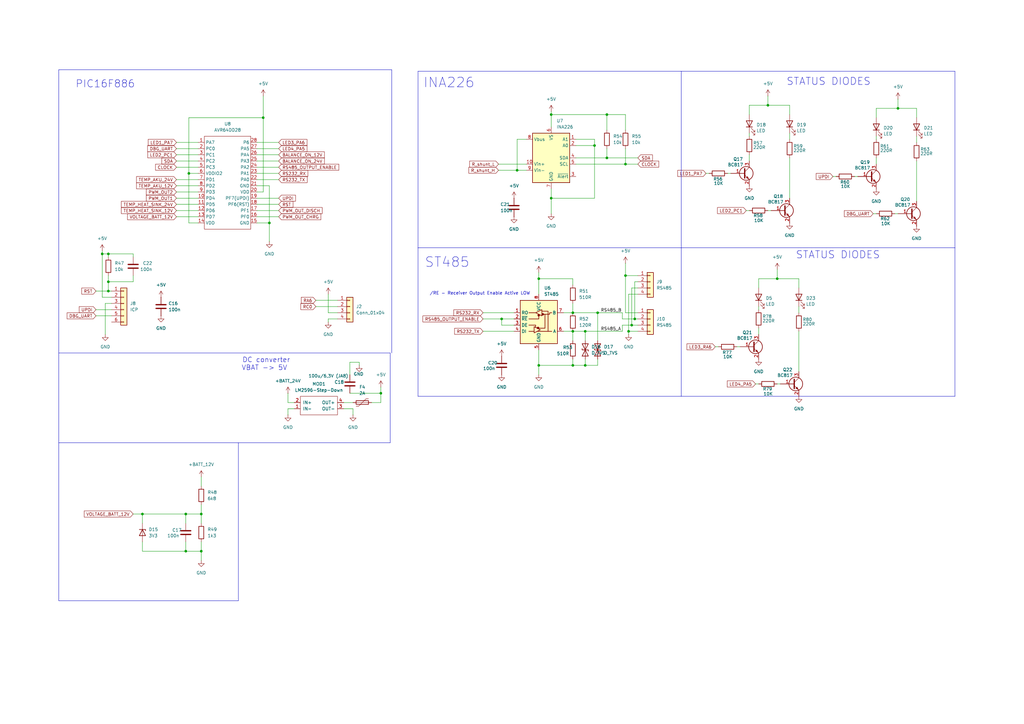
<source format=kicad_sch>
(kicad_sch (version 20231120) (generator "eeschema") (generator_version "8.0")
  (paper "A3")
  (lib_symbols
    (symbol "Connector_Generic:Conn_01x04" (pin_names (offset 1.016) hide)
      (property "Reference" "J" (at 0 5.08 0))
      (property "Value" "Conn_01x04" (at 0 -7.62 0))
      (symbol "Conn_01x04_1_1"
        (pin passive line (at -5.08 2.54 0) (length 3.81) (name "Pin_1") (number "1"))
        (pin passive line (at -5.08 0 0) (length 3.81) (name "Pin_2") (number "2"))
        (pin passive line (at -5.08 -2.54 0) (length 3.81) (name "Pin_3") (number "3"))
        (pin passive line (at -5.08 -5.08 0) (length 3.81) (name "Pin_4") (number "4"))
      )
    )
    (symbol "Connector_Generic:Conn_01x06" (pin_names (offset 1.016) hide)
      (property "Reference" "J" (at 0 7.62 0))
      (property "Value" "Conn_01x06" (at 0 -10.16 0))
      (symbol "Conn_01x06_1_1"
        (pin passive line (at -5.08 5.08 0) (length 3.81) (name "Pin_1") (number "1"))
        (pin passive line (at -5.08 2.54 0) (length 3.81) (name "Pin_2") (number "2"))
        (pin passive line (at -5.08 0 0) (length 3.81) (name "Pin_3") (number "3"))
        (pin passive line (at -5.08 -2.54 0) (length 3.81) (name "Pin_4") (number "4"))
        (pin passive line (at -5.08 -5.08 0) (length 3.81) (name "Pin_5") (number "5"))
        (pin passive line (at -5.08 -7.62 0) (length 3.81) (name "Pin_6") (number "6"))
      )
    )
    (symbol "Device:C" (pin_numbers hide) (pin_names (offset 0.254))
      (property "Reference" "C" (at 0.635 2.54 0))
      (property "Value" "C" (at 0.635 -2.54 0))
      (symbol "C_1_1"
        (pin passive line (at 0 3.81 270) (length 2.794) (name "~") (number "1"))
        (pin passive line (at 0 -3.81 90) (length 2.794) (name "~") (number "2"))
      )
    )
    (symbol "Device:D_TVS" (pin_numbers hide) (pin_names (offset 1.016) hide)
      (property "Reference" "D" (at 0 2.54 0))
      (property "Value" "D_TVS" (at 0 -2.54 0))
      (symbol "D_TVS_1_1"
        (pin passive line (at -3.81 0 0) (length 2.54) (name "A1") (number "1"))
        (pin passive line (at 3.81 0 180) (length 2.54) (name "A2") (number "2"))
      )
    )
    (symbol "Device:D_Zener" (pin_numbers hide) (pin_names (offset 1.016) hide)
      (property "Reference" "D" (at 0 2.54 0))
      (property "Value" "D_Zener" (at 0 -2.54 0))
      (symbol "D_Zener_1_1"
        (pin passive line (at -3.81 0 0) (length 2.54) (name "K") (number "1"))
        (pin passive line (at 3.81 0 180) (length 2.54) (name "A") (number "2"))
      )
    )
    (symbol "Device:LED" (pin_numbers hide) (pin_names (offset 1.016) hide)
      (property "Reference" "D" (at 0 2.54 0))
      (property "Value" "LED" (at 0 -2.54 0))
      (symbol "LED_1_1"
        (pin passive line (at -3.81 0 0) (length 2.54) (name "K") (number "1"))
        (pin passive line (at 3.81 0 180) (length 2.54) (name "A") (number "2"))
      )
    )
    (symbol "Device:Polyfuse" (pin_numbers hide) (pin_names (offset 0))
      (property "Reference" "F" (at -2.54 0 90))
      (property "Value" "Polyfuse" (at 2.54 0 90))
      (symbol "Polyfuse_1_1"
        (pin passive line (at 0 3.81 270) (length 1.27) (name "~") (number "1"))
        (pin passive line (at 0 -3.81 90) (length 1.27) (name "~") (number "2"))
      )
    )
    (symbol "Device:R" (pin_numbers hide) (pin_names (offset 0))
      (property "Reference" "R" (at 2.032 0 90))
      (property "Value" "R" (at 0 0 90))
      (symbol "R_1_1"
        (pin passive line (at 0 3.81 270) (length 1.27) (name "~") (number "1"))
        (pin passive line (at 0 -3.81 90) (length 1.27) (name "~") (number "2"))
      )
    )
    (symbol "Interface_UART:ST485EBDR"
      (property "Reference" "U" (at -6.35 8.89 0))
      (property "Value" "ST485EBDR" (at 1.27 8.89 0))
      (symbol "ST485EBDR_1_1"
        (pin output line (at -10.16 2.54 0) (length 2.54) (name "RO") (number "1"))
        (pin input line (at -10.16 0 0) (length 2.54) (name "~{RE}") (number "2"))
        (pin input line (at -10.16 -2.54 0) (length 2.54) (name "DE") (number "3"))
        (pin input line (at -10.16 -5.08 0) (length 2.54) (name "DI") (number "4"))
        (pin power_in line (at 0 -12.7 90) (length 2.54) (name "GND") (number "5"))
        (pin bidirectional line (at 10.16 -5.08 180) (length 2.54) (name "A") (number "6"))
        (pin bidirectional line (at 10.16 2.54 180) (length 2.54) (name "B") (number "7"))
        (pin power_in line (at 0 10.16 270) (length 2.54) (name "VCC") (number "8"))
      )
    )
    (symbol "My-Lib:AVR64DD28"
      (property "Reference" "U" (at 0 3.81 0))
      (property "Value" "AVR64DD28" (at 5.08 1.27 0))
      (symbol "AVR64DD28_1_1"
        (pin input line (at -2.54 -2.54 0) (length 2.54) (name "PA7") (number "1"))
        (pin input line (at -2.54 -25.4 0) (length 2.54) (name "PD4") (number "10"))
        (pin input line (at -2.54 -27.94 0) (length 2.54) (name "PD5") (number "11"))
        (pin input line (at -2.54 -30.48 0) (length 2.54) (name "PD6") (number "12"))
        (pin input line (at -2.54 -33.02 0) (length 2.54) (name "PD7") (number "13"))
        (pin input line (at -2.54 -35.56 0) (length 2.54) (name "VDD") (number "14"))
        (pin input line (at 21.59 -35.56 180) (length 2.54) (name "GND") (number "15"))
        (pin input line (at 21.59 -33.02 180) (length 2.54) (name "PF0") (number "16"))
        (pin input line (at 21.59 -30.48 180) (length 2.54) (name "PF1") (number "17"))
        (pin input line (at 21.59 -27.94 180) (length 2.54) (name "PF6(RST)") (number "18"))
        (pin input line (at 21.59 -25.4 180) (length 2.54) (name "PF7(UPDI)") (number "19"))
        (pin input line (at -2.54 -5.08 0) (length 2.54) (name "PC0") (number "2"))
        (pin input line (at 21.59 -22.86 180) (length 2.54) (name "VDD") (number "20"))
        (pin input line (at 21.59 -20.32 180) (length 2.54) (name "GND") (number "21"))
        (pin input line (at 21.59 -17.78 180) (length 2.54) (name "PA0") (number "22"))
        (pin input line (at 21.59 -15.24 180) (length 2.54) (name "PA1") (number "23"))
        (pin input line (at 21.59 -12.7 180) (length 2.54) (name "PA2") (number "24"))
        (pin input line (at 21.59 -10.16 180) (length 2.54) (name "PA3") (number "25"))
        (pin input line (at 21.59 -7.62 180) (length 2.54) (name "PA4") (number "26"))
        (pin input line (at 21.59 -5.08 180) (length 2.54) (name "PA5") (number "27"))
        (pin input line (at 21.59 -2.54 180) (length 2.54) (name "P6") (number "28"))
        (pin input line (at -2.54 -7.62 0) (length 2.54) (name "PC1") (number "3"))
        (pin input line (at -2.54 -10.16 0) (length 2.54) (name "PC2") (number "4"))
        (pin input line (at -2.54 -12.7 0) (length 2.54) (name "PC3") (number "5"))
        (pin input line (at -2.54 -15.24 0) (length 2.54) (name "VDDIO2") (number "6"))
        (pin input line (at -2.54 -17.78 0) (length 2.54) (name "PD1") (number "7"))
        (pin input line (at -2.54 -20.32 0) (length 2.54) (name "PD2") (number "8"))
        (pin input line (at -2.54 -22.86 0) (length 2.54) (name "PD3") (number "9"))
      )
    )
    (symbol "My-Lib:LM2596-Step-Down" (pin_names (offset 1.016))
      (property "Reference" "MOD" (at 1.27 1.27 0))
      (property "Value" "LM2596-Step-Down" (at 8.89 3.81 0))
      (symbol "LM2596-Step-Down_1_1"
        (pin input line (at -2.54 -5.08 0) (length 2.54) (name "IN-") (number "1"))
        (pin input line (at -2.54 -2.54 0) (length 2.54) (name "IN+") (number "2"))
        (pin output line (at 17.78 -5.08 180) (length 2.54) (name "OUT-") (number "3"))
        (pin output line (at 17.78 -2.54 180) (length 2.54) (name "OUT+") (number "4"))
      )
    )
    (symbol "Sensor_Energy:INA226"
      (property "Reference" "U" (at -6.35 11.43 0))
      (property "Value" "INA226" (at 3.81 11.43 0))
      (symbol "INA226_1_1"
        (pin input line (at 10.16 7.62 180) (length 2.54) (name "A1") (number "1"))
        (pin input line (at -10.16 -2.54 0) (length 2.54) (name "Vin+") (number "10"))
        (pin input line (at 10.16 5.08 180) (length 2.54) (name "A0") (number "2"))
        (pin open_collector line (at 10.16 -7.62 180) (length 2.54) (name "~{Alert}") (number "3"))
        (pin bidirectional line (at 10.16 0 180) (length 2.54) (name "SDA") (number "4"))
        (pin input line (at 10.16 -2.54 180) (length 2.54) (name "SCL") (number "5"))
        (pin power_in line (at 0 12.7 270) (length 2.54) (name "VS") (number "6"))
        (pin power_in line (at 0 -12.7 90) (length 2.54) (name "GND") (number "7"))
        (pin input line (at -10.16 7.62 0) (length 2.54) (name "Vbus") (number "8"))
        (pin input line (at -10.16 -5.08 0) (length 2.54) (name "Vin-") (number "9"))
      )
    )
    (symbol "Transistor_BJT:BC817" (pin_names (offset 0) hide)
      (property "Reference" "Q" (at 5.08 1.905 0))
      (property "Value" "BC817" (at 5.08 0 0))
      (symbol "BC817_1_1"
        (pin input line (at -5.08 0 0) (length 5.715) (name "B") (number "1"))
        (pin passive line (at 2.54 -5.08 90) (length 2.54) (name "E") (number "2"))
        (pin passive line (at 2.54 5.08 270) (length 2.54) (name "C") (number "3"))
      )
    )
    (symbol "power:+5V" (power) (pin_numbers hide) (pin_names (offset 0) hide)
      (property "Value" "+5V" (at 0 3.556 0))
      (symbol "+5V_1_1"
        (pin power_in line (at 0 0 90) (length 0) (name "~") (number "1"))
      )
    )
    (symbol "power:+BATT" (power) (pin_numbers hide) (pin_names (offset 0) hide)
      (property "Value" "+BATT" (at 0 3.556 0))
      (symbol "+BATT_1_1"
        (pin power_in line (at 0 0 90) (length 0) (name "~") (number "1"))
      )
    )
    (symbol "power:GND" (power) (pin_numbers hide) (pin_names (offset 0) hide)
      (property "Value" "GND" (at 0 -3.81 0))
      (symbol "GND_1_1"
        (pin power_in line (at 0 0 270) (length 0) (name "~") (number "1"))
      )
    )
  )
  (junction (at 243.84 59.69))
  (junction (at 44.45 115.57))
  (junction (at 44.45 119.38))
  (junction (at 245.11 128.27))
  (junction (at 260.35 130.81))
  (junction (at 234.95 149.86))
  (junction (at 220.98 114.3))
  (junction (at 76.2 210.82))
  (junction (at 110.49 91.44))
  (junction (at 44.45 104.14))
  (junction (at 156.21 161.29))
  (junction (at 248.92 46.99))
  (junction (at 240.03 135.89))
  (junction (at 82.55 226.06))
  (junction (at 318.77 114.3))
  (junction (at 248.92 64.77))
  (junction (at 256.54 113.03))
  (junction (at 259.08 133.35))
  (junction (at 314.96 43.18))
  (junction (at 220.98 149.86))
  (junction (at 226.06 81.28))
  (junction (at 77.47 71.12))
  (junction (at 107.95 48.26))
  (junction (at 41.91 104.14))
  (junction (at 256.54 67.31))
  (junction (at 76.2 226.06))
  (junction (at 368.3 44.45))
  (junction (at 234.95 135.89))
  (junction (at 58.42 210.82))
  (junction (at 234.95 128.27))
  (junction (at 240.03 149.86))
  (junction (at 226.06 46.99))
  (junction (at 82.55 210.82))
  (junction (at 257.81 135.89))
  (junction (at 212.09 69.85))
  (junction (at 205.74 130.81))
  (wire (pts (xy 45.72 124.46) (xy 43.18 124.46)))
  (wire (pts (xy 212.09 57.15) (xy 212.09 69.85)))
  (wire (pts (xy 248.92 46.99) (xy 248.92 53.34)))
  (wire (pts (xy 147.32 148.59) (xy 143.51 148.59)))
  (wire (pts (xy 212.09 69.85) (xy 215.9 69.85)))
  (wire (pts (xy 306.07 86.36) (xy 307.34 86.36)))
  (wire (pts (xy 138.43 130.81) (xy 134.62 130.81)))
  (wire (pts (xy 118.11 170.18) (xy 118.11 167.64)))
  (wire (pts (xy 41.91 104.14) (xy 44.45 104.14)))
  (wire (pts (xy 81.28 86.36) (xy 72.39 86.36)))
  (wire (pts (xy 314.96 43.18) (xy 323.85 43.18)))
  (polyline (pts (xy 160.02 144.78) (xy 160.02 181.61)))
  (wire (pts (xy 226.06 45.72) (xy 226.06 46.99)))
  (wire (pts (xy 81.28 78.74) (xy 72.39 78.74)))
  (wire (pts (xy 76.2 210.82) (xy 82.55 210.82)))
  (wire (pts (xy 144.78 167.64) (xy 140.97 167.64)))
  (wire (pts (xy 368.3 40.64) (xy 368.3 44.45)))
  (wire (pts (xy 226.06 46.99) (xy 248.92 46.99)))
  (wire (pts (xy 309.88 157.48) (xy 311.15 157.48)))
  (wire (pts (xy 82.55 226.06) (xy 82.55 229.87)))
  (wire (pts (xy 255.27 133.35) (xy 255.27 135.89)))
  (wire (pts (xy 231.14 128.27) (xy 234.95 128.27)))
  (wire (pts (xy 327.66 135.89) (xy 327.66 152.4)))
  (wire (pts (xy 44.45 115.57) (xy 54.61 115.57)))
  (polyline (pts (xy 160.655 28.575) (xy 160.655 144.78)))
  (wire (pts (xy 261.62 115.57) (xy 260.35 115.57)))
  (wire (pts (xy 323.85 64.77) (xy 323.85 81.28)))
  (wire (pts (xy 248.92 64.77) (xy 261.62 64.77)))
  (wire (pts (xy 76.2 210.82) (xy 76.2 214.63)))
  (wire (pts (xy 82.55 207.01) (xy 82.55 210.82)))
  (wire (pts (xy 41.91 104.14) (xy 41.91 121.92)))
  (wire (pts (xy 81.28 88.9) (xy 72.39 88.9)))
  (wire (pts (xy 198.12 128.27) (xy 210.82 128.27)))
  (wire (pts (xy 261.62 133.35) (xy 259.08 133.35)))
  (wire (pts (xy 257.81 137.16) (xy 257.81 135.89)))
  (wire (pts (xy 307.34 54.61) (xy 307.34 55.88)))
  (wire (pts (xy 76.2 222.25) (xy 76.2 226.06)))
  (wire (pts (xy 72.39 66.04) (xy 81.28 66.04)))
  (wire (pts (xy 204.47 69.85) (xy 212.09 69.85)))
  (polyline (pts (xy 24.13 181.61) (xy 97.79 181.61)))
  (wire (pts (xy 114.3 86.36) (xy 105.41 86.36)))
  (wire (pts (xy 81.28 76.2) (xy 72.39 76.2)))
  (wire (pts (xy 256.54 128.27) (xy 256.54 113.03)))
  (wire (pts (xy 129.54 125.73) (xy 138.43 125.73)))
  (wire (pts (xy 245.11 147.32) (xy 245.11 149.86)))
  (wire (pts (xy 359.41 64.77) (xy 359.41 67.31)))
  (wire (pts (xy 234.95 135.89) (xy 240.03 135.89)))
  (wire (pts (xy 236.22 64.77) (xy 248.92 64.77)))
  (wire (pts (xy 156.21 165.1) (xy 156.21 161.29)))
  (wire (pts (xy 210.82 133.35) (xy 205.74 133.35)))
  (wire (pts (xy 234.95 124.46) (xy 234.95 128.27)))
  (wire (pts (xy 257.81 120.65) (xy 261.62 120.65)))
  (polyline (pts (xy 97.79 246.38) (xy 97.79 181.61)))
  (wire (pts (xy 76.2 226.06) (xy 58.42 226.06)))
  (wire (pts (xy 44.45 115.57) (xy 44.45 119.38)))
  (polyline (pts (xy 279.4 162.56) (xy 391.668 162.56)))
  (wire (pts (xy 105.41 78.74) (xy 107.95 78.74)))
  (wire (pts (xy 205.74 130.81) (xy 210.82 130.81)))
  (wire (pts (xy 44.45 105.41) (xy 44.45 104.14)))
  (wire (pts (xy 114.3 68.58) (xy 105.41 68.58)))
  (wire (pts (xy 39.37 127) (xy 45.72 127)))
  (wire (pts (xy 255.27 130.81) (xy 255.27 128.27)))
  (wire (pts (xy 77.47 91.44) (xy 77.47 71.12)))
  (polyline (pts (xy 171.45 101.6) (xy 171.45 29.21)))
  (wire (pts (xy 359.41 44.45) (xy 359.41 48.26)))
  (wire (pts (xy 236.22 59.69) (xy 243.84 59.69)))
  (wire (pts (xy 39.37 119.38) (xy 44.45 119.38)))
  (wire (pts (xy 245.11 128.27) (xy 245.11 139.7)))
  (wire (pts (xy 257.81 135.89) (xy 261.62 135.89)))
  (wire (pts (xy 39.37 129.54) (xy 45.72 129.54)))
  (wire (pts (xy 54.61 115.57) (xy 54.61 113.03)))
  (wire (pts (xy 58.42 210.82) (xy 58.42 214.63)))
  (wire (pts (xy 44.45 113.03) (xy 44.45 115.57)))
  (wire (pts (xy 114.3 81.28) (xy 105.41 81.28)))
  (wire (pts (xy 198.12 135.89) (xy 210.82 135.89)))
  (wire (pts (xy 307.34 43.18) (xy 314.96 43.18)))
  (wire (pts (xy 375.92 66.04) (xy 375.92 82.55)))
  (wire (pts (xy 341.63 72.39) (xy 342.9 72.39)))
  (wire (pts (xy 82.55 210.82) (xy 82.55 214.63)))
  (wire (pts (xy 240.03 149.86) (xy 234.95 149.86)))
  (wire (pts (xy 110.49 76.2) (xy 105.41 76.2)))
  (wire (pts (xy 54.61 104.14) (xy 44.45 104.14)))
  (wire (pts (xy 77.47 71.12) (xy 77.47 48.26)))
  (wire (pts (xy 234.95 116.84) (xy 234.95 114.3)))
  (polyline (pts (xy 391.668 162.56) (xy 391.668 101.6)))
  (wire (pts (xy 45.72 121.92) (xy 41.91 121.92)))
  (wire (pts (xy 257.81 135.89) (xy 257.81 120.65)))
  (wire (pts (xy 236.22 67.31) (xy 256.54 67.31)))
  (wire (pts (xy 81.28 81.28) (xy 72.39 81.28)))
  (wire (pts (xy 82.55 222.25) (xy 82.55 226.06)))
  (wire (pts (xy 134.62 120.65) (xy 134.62 128.27)))
  (wire (pts (xy 81.28 73.66) (xy 72.39 73.66)))
  (wire (pts (xy 105.41 91.44) (xy 110.49 91.44)))
  (wire (pts (xy 234.95 149.86) (xy 220.98 149.86)))
  (wire (pts (xy 118.11 167.64) (xy 120.65 167.64)))
  (wire (pts (xy 41.91 102.87) (xy 41.91 104.14)))
  (wire (pts (xy 215.9 57.15) (xy 212.09 57.15)))
  (polyline (pts (xy 24.13 28.575) (xy 160.655 28.575)))
  (wire (pts (xy 81.28 63.5) (xy 72.39 63.5)))
  (wire (pts (xy 243.84 57.15) (xy 236.22 57.15)))
  (wire (pts (xy 307.34 43.18) (xy 307.34 46.99)))
  (wire (pts (xy 143.51 161.29) (xy 156.21 161.29)))
  (wire (pts (xy 261.62 118.11) (xy 259.08 118.11)))
  (polyline (pts (xy 171.45 101.6) (xy 279.4 101.6)))
  (wire (pts (xy 256.54 46.99) (xy 256.54 53.34)))
  (wire (pts (xy 245.11 128.27) (xy 255.27 128.27)))
  (wire (pts (xy 107.95 39.37) (xy 107.95 48.26)))
  (wire (pts (xy 234.95 114.3) (xy 220.98 114.3)))
  (wire (pts (xy 143.51 148.59) (xy 143.51 153.67)))
  (wire (pts (xy 256.54 113.03) (xy 256.54 107.95)))
  (wire (pts (xy 105.41 63.5) (xy 114.3 63.5)))
  (polyline (pts (xy 171.45 162.56) (xy 171.45 101.6)))
  (polyline (pts (xy 279.4 101.6) (xy 391.668 101.6)))
  (wire (pts (xy 82.55 226.06) (xy 76.2 226.06)))
  (wire (pts (xy 81.28 60.96) (xy 72.39 60.96)))
  (wire (pts (xy 72.39 68.58) (xy 81.28 68.58)))
  (wire (pts (xy 81.28 58.42) (xy 72.39 58.42)))
  (wire (pts (xy 311.15 125.73) (xy 311.15 127)))
  (wire (pts (xy 58.42 226.06) (xy 58.42 222.25)))
  (wire (pts (xy 81.28 91.44) (xy 77.47 91.44)))
  (wire (pts (xy 77.47 48.26) (xy 107.95 48.26)))
  (wire (pts (xy 368.3 44.45) (xy 375.92 44.45)))
  (wire (pts (xy 318.77 157.48) (xy 320.04 157.48)))
  (wire (pts (xy 359.41 55.88) (xy 359.41 57.15)))
  (wire (pts (xy 110.49 91.44) (xy 110.49 76.2)))
  (wire (pts (xy 220.98 111.76) (xy 220.98 114.3)))
  (wire (pts (xy 327.66 125.73) (xy 327.66 128.27)))
  (wire (pts (xy 44.45 119.38) (xy 45.72 119.38)))
  (wire (pts (xy 314.96 86.36) (xy 316.23 86.36)))
  (wire (pts (xy 138.43 128.27) (xy 134.62 128.27)))
  (wire (pts (xy 54.61 210.82) (xy 58.42 210.82)))
  (polyline (pts (xy 391.668 29.21) (xy 279.4 29.21)))
  (wire (pts (xy 256.54 60.96) (xy 256.54 67.31)))
  (wire (pts (xy 248.92 60.96) (xy 248.92 64.77)))
  (wire (pts (xy 293.37 142.24) (xy 294.64 142.24)))
  (wire (pts (xy 248.92 46.99) (xy 256.54 46.99)))
  (wire (pts (xy 226.06 77.47) (xy 226.06 81.28)))
  (wire (pts (xy 152.4 165.1) (xy 156.21 165.1)))
  (wire (pts (xy 318.77 114.3) (xy 327.66 114.3)))
  (wire (pts (xy 350.52 72.39) (xy 351.79 72.39)))
  (wire (pts (xy 256.54 113.03) (xy 261.62 113.03)))
  (wire (pts (xy 240.03 147.32) (xy 240.03 149.86)))
  (wire (pts (xy 129.54 123.19) (xy 138.43 123.19)))
  (wire (pts (xy 234.95 135.89) (xy 234.95 139.7)))
  (wire (pts (xy 375.92 44.45) (xy 375.92 48.26)))
  (wire (pts (xy 77.47 71.12) (xy 81.28 71.12)))
  (wire (pts (xy 120.65 165.1) (xy 118.11 165.1)))
  (wire (pts (xy 204.47 67.31) (xy 215.9 67.31)))
  (wire (pts (xy 259.08 118.11) (xy 259.08 133.35)))
  (wire (pts (xy 226.06 81.28) (xy 226.06 87.63)))
  (wire (pts (xy 54.61 105.41) (xy 54.61 104.14)))
  (wire (pts (xy 323.85 43.18) (xy 323.85 46.99)))
  (wire (pts (xy 114.3 73.66) (xy 105.41 73.66)))
  (wire (pts (xy 118.11 165.1) (xy 118.11 161.29)))
  (wire (pts (xy 147.32 148.59) (xy 147.32 149.86)))
  (wire (pts (xy 358.14 87.63) (xy 359.41 87.63)))
  (wire (pts (xy 226.06 46.99) (xy 226.06 52.07)))
  (polyline (pts (xy 24.13 246.38) (xy 97.79 246.38)))
  (polyline (pts (xy 24.13 181.61) (xy 24.13 28.575)))
  (wire (pts (xy 105.41 83.82) (xy 114.3 83.82)))
  (wire (pts (xy 220.98 114.3) (xy 220.98 120.65)))
  (polyline (pts (xy 171.45 29.21) (xy 279.4 29.21)))
  (wire (pts (xy 240.03 135.89) (xy 255.27 135.89)))
  (wire (pts (xy 375.92 55.88) (xy 375.92 58.42)))
  (wire (pts (xy 311.15 114.3) (xy 318.77 114.3)))
  (wire (pts (xy 58.42 210.82) (xy 76.2 210.82)))
  (wire (pts (xy 307.34 63.5) (xy 307.34 66.04)))
  (wire (pts (xy 205.74 133.35) (xy 205.74 130.81)))
  (wire (pts (xy 226.06 81.28) (xy 243.84 81.28)))
  (wire (pts (xy 107.95 48.26) (xy 107.95 78.74)))
  (wire (pts (xy 311.15 134.62) (xy 311.15 137.16)))
  (polyline (pts (xy 279.4 162.56) (xy 279.4 29.21)))
  (wire (pts (xy 156.21 161.29) (xy 156.21 158.75)))
  (wire (pts (xy 231.14 135.89) (xy 234.95 135.89)))
  (wire (pts (xy 289.56 71.12) (xy 290.83 71.12)))
  (wire (pts (xy 311.15 114.3) (xy 311.15 118.11)))
  (wire (pts (xy 256.54 67.31) (xy 261.62 67.31)))
  (wire (pts (xy 144.78 167.64) (xy 144.78 170.18)))
  (wire (pts (xy 43.18 124.46) (xy 43.18 137.16)))
  (wire (pts (xy 245.11 149.86) (xy 240.03 149.86)))
  (wire (pts (xy 261.62 130.81) (xy 260.35 130.81)))
  (wire (pts (xy 110.49 99.06) (xy 110.49 91.44)))
  (wire (pts (xy 260.35 115.57) (xy 260.35 130.81)))
  (wire (pts (xy 327.66 114.3) (xy 327.66 118.11)))
  (wire (pts (xy 105.41 60.96) (xy 114.3 60.96)))
  (polyline (pts (xy 391.668 101.6) (xy 391.668 29.21)))
  (polyline (pts (xy 24.13 181.61) (xy 24.13 246.38)))
  (wire (pts (xy 314.96 39.37) (xy 314.96 43.18)))
  (polyline (pts (xy 160.02 181.61) (xy 97.79 181.61)))
  (wire (pts (xy 243.84 81.28) (xy 243.84 59.69)))
  (wire (pts (xy 243.84 59.69) (xy 243.84 57.15)))
  (wire (pts (xy 81.28 83.82) (xy 72.39 83.82)))
  (wire (pts (xy 134.62 130.81) (xy 134.62 132.08)))
  (wire (pts (xy 234.95 128.27) (xy 245.11 128.27)))
  (wire (pts (xy 259.08 133.35) (xy 255.27 133.35)))
  (polyline (pts (xy 24.13 144.78) (xy 160.02 144.78)))
  (wire (pts (xy 260.35 130.81) (xy 255.27 130.81)))
  (wire (pts (xy 302.26 142.24) (xy 303.53 142.24)))
  (wire (pts (xy 82.55 195.58) (xy 82.55 199.39)))
  (wire (pts (xy 318.77 110.49) (xy 318.77 114.3)))
  (wire (pts (xy 220.98 143.51) (xy 220.98 149.86)))
  (wire (pts (xy 261.62 128.27) (xy 256.54 128.27)))
  (wire (pts (xy 367.03 87.63) (xy 368.3 87.63)))
  (wire (pts (xy 105.41 66.04) (xy 114.3 66.04)))
  (wire (pts (xy 114.3 58.42) (xy 105.41 58.42)))
  (wire (pts (xy 220.98 149.86) (xy 220.98 153.67)))
  (polyline (pts (xy 171.45 162.56) (xy 279.4 162.56)))
  (wire (pts (xy 140.97 165.1) (xy 144.78 165.1)))
  (wire (pts (xy 368.3 44.45) (xy 359.41 44.45)))
  (wire (pts (xy 198.12 130.81) (xy 205.74 130.81)))
  (wire (pts (xy 114.3 88.9) (xy 105.41 88.9)))
  (wire (pts (xy 323.85 54.61) (xy 323.85 57.15)))
  (wire (pts (xy 234.95 147.32) (xy 234.95 149.86)))
  (wire (pts (xy 298.45 71.12) (xy 299.72 71.12)))
  (wire (pts (xy 240.03 135.89) (xy 240.03 139.7)))
  (wire (pts (xy 114.3 71.12) (xy 105.41 71.12)))
  (text "INA226\n" (at 184.15 34.036 0) (effects (font (size 4 4))))
  (text "PIC16F886" (at 43.18 34.544 0) (effects (font (size 3 3))))
  (text "STATUS DIODES" (at 343.662 104.648 0) (effects (font (size 3 3))))
  (text "ST485" (at 183.388 107.696 0) (effects (font (size 4 4))))
  (text "DC converter\nVBAT -> 5V " (at 109.22 149.352 0) (effects (font (size 2 2))))
  (text "/RE - Receiver Output Enable Active LOW" (at 196.85 120.396 0) (effects (font (size 1.27 1.27))))
  (text "STATUS DIODES" (at 339.852 33.528 0) (effects (font (size 3 3))))
  (label "RS485_A" (at 246.38 135.89 0))
  (label "RS485_B" (at 246.38 128.27 0))
  (global_label "LED2_PC1" (shape input) (at 72.39 63.5 180) (property "Intersheetrefs" "${INTERSHEET_REFS}" (effects (hide yes))))
  (global_label "R_shunt_L" (shape input) (at 204.47 67.31 180) (property "Intersheetrefs" "${INTERSHEET_REFS}" (effects (hide yes))))
  (global_label "VOLTAGE_BATT_12V" (shape input) (at 54.61 210.82 180) (property "Intersheetrefs" "${INTERSHEET_REFS}" (effects (hide yes))))
  (global_label "TEMP_AKU_12V" (shape input) (at 72.39 76.2 180) (property "Intersheetrefs" "${INTERSHEET_REFS}" (effects (hide yes))))
  (global_label "PWM_OUT1" (shape input) (at 72.39 81.28 180) (property "Intersheetrefs" "${INTERSHEET_REFS}" (effects (hide yes))))
  (global_label "RST" (shape input) (at 114.3 83.82 0) (property "Intersheetrefs" "${INTERSHEET_REFS}" (effects (hide yes))))
  (global_label "RS232_RX" (shape input) (at 198.12 128.27 180) (property "Intersheetrefs" "${INTERSHEET_REFS}" (effects (hide yes))))
  (global_label "LED1_PA7" (shape input) (at 72.39 58.42 180) (property "Intersheetrefs" "${INTERSHEET_REFS}" (effects (hide yes))))
  (global_label "UPDI" (shape input) (at 341.63 72.39 180) (property "Intersheetrefs" "${INTERSHEET_REFS}" (effects (hide yes))))
  (global_label "LED3_RA6" (shape input) (at 293.37 142.24 180) (property "Intersheetrefs" "${INTERSHEET_REFS}" (effects (hide yes))))
  (global_label "RST" (shape input) (at 39.37 119.38 180) (property "Intersheetrefs" "${INTERSHEET_REFS}" (effects (hide yes))))
  (global_label "TEMP_AKU_24V" (shape input) (at 72.39 73.66 180) (property "Intersheetrefs" "${INTERSHEET_REFS}" (effects (hide yes))))
  (global_label "SDA" (shape input) (at 261.62 64.77 0) (property "Intersheetrefs" "${INTERSHEET_REFS}" (effects (hide yes))))
  (global_label "PWM_OUT_CHRG" (shape input) (at 114.3 88.9 0) (property "Intersheetrefs" "${INTERSHEET_REFS}" (effects (hide yes))))
  (global_label "SDA" (shape input) (at 72.39 66.04 180) (property "Intersheetrefs" "${INTERSHEET_REFS}" (effects (hide yes))))
  (global_label "R_shunt_H" (shape input) (at 204.47 69.85 180) (property "Intersheetrefs" "${INTERSHEET_REFS}" (effects (hide yes))))
  (global_label "VOLTAGE_BATT_12V" (shape input) (at 72.39 88.9 180) (property "Intersheetrefs" "${INTERSHEET_REFS}" (effects (hide yes))))
  (global_label "BALANCE_ON_12V" (shape input) (at 114.3 63.5 0) (property "Intersheetrefs" "${INTERSHEET_REFS}" (effects (hide yes))))
  (global_label "CLOCK" (shape input) (at 261.62 67.31 0) (property "Intersheetrefs" "${INTERSHEET_REFS}" (effects (hide yes))))
  (global_label "RS485_OUTPUT_ENABLE" (shape input) (at 198.12 130.81 180) (property "Intersheetrefs" "${INTERSHEET_REFS}" (effects (hide yes))))
  (global_label "LED3_PA6" (shape input) (at 114.3 58.42 0) (property "Intersheetrefs" "${INTERSHEET_REFS}" (effects (hide yes))))
  (global_label "RA6" (shape input) (at 129.54 123.19 180) (property "Intersheetrefs" "${INTERSHEET_REFS}" (effects (hide yes))))
  (global_label "RS232_TX" (shape input) (at 198.12 135.89 180) (property "Intersheetrefs" "${INTERSHEET_REFS}" (effects (hide yes))))
  (global_label "DBG_UART" (shape input) (at 358.14 87.63 180) (property "Intersheetrefs" "${INTERSHEET_REFS}" (effects (hide yes))))
  (global_label "DBG_UART" (shape input) (at 72.39 60.96 180) (property "Intersheetrefs" "${INTERSHEET_REFS}" (effects (hide yes))))
  (global_label "TEMP_HEAT_SINK_12V" (shape input) (at 72.39 86.36 180) (property "Intersheetrefs" "${INTERSHEET_REFS}" (effects (hide yes))))
  (global_label "PWM_OUT_DISCH" (shape input) (at 114.3 86.36 0) (property "Intersheetrefs" "${INTERSHEET_REFS}" (effects (hide yes))))
  (global_label "LED1_PA7" (shape input) (at 289.56 71.12 180) (property "Intersheetrefs" "${INTERSHEET_REFS}" (effects (hide yes))))
  (global_label "LED2_PC1" (shape input) (at 306.07 86.36 180) (property "Intersheetrefs" "${INTERSHEET_REFS}" (effects (hide yes))))
  (global_label "RC0" (shape input) (at 129.54 125.73 180) (property "Intersheetrefs" "${INTERSHEET_REFS}" (effects (hide yes))))
  (global_label "CLOCK" (shape input) (at 72.39 68.58 180) (property "Intersheetrefs" "${INTERSHEET_REFS}" (effects (hide yes))))
  (global_label "UPDI" (shape input) (at 114.3 81.28 0) (property "Intersheetrefs" "${INTERSHEET_REFS}" (effects (hide yes))))
  (global_label "RS232_RX" (shape input) (at 114.3 71.12 0) (property "Intersheetrefs" "${INTERSHEET_REFS}" (effects (hide yes))))
  (global_label "BALANCE_ON_24V" (shape input) (at 114.3 66.04 0) (property "Intersheetrefs" "${INTERSHEET_REFS}" (effects (hide yes))))
  (global_label "RS232_TX" (shape input) (at 114.3 73.66 0) (property "Intersheetrefs" "${INTERSHEET_REFS}" (effects (hide yes))))
  (global_label "UPDI" (shape input) (at 39.37 127 180) (property "Intersheetrefs" "${INTERSHEET_REFS}" (effects (hide yes))))
  (global_label "LED4_PA5" (shape input) (at 309.88 157.48 180) (property "Intersheetrefs" "${INTERSHEET_REFS}" (effects (hide yes))))
  (global_label "DBG_UART" (shape input) (at 39.37 129.54 180) (property "Intersheetrefs" "${INTERSHEET_REFS}" (effects (hide yes))))
  (global_label "PWM_OUT2" (shape input) (at 72.39 78.74 180) (property "Intersheetrefs" "${INTERSHEET_REFS}" (effects (hide yes))))
  (global_label "TEMP_HEAT_SINK_24V" (shape input) (at 72.39 83.82 180) (property "Intersheetrefs" "${INTERSHEET_REFS}" (effects (hide yes))))
  (global_label "LED4_PA5" (shape input) (at 114.3 60.96 0) (property "Intersheetrefs" "${INTERSHEET_REFS}" (effects (hide yes))))
  (global_label "RS485_OUTPUT_ENABLE" (shape input) (at 114.3 68.58 0) (property "Intersheetrefs" "${INTERSHEET_REFS}" (effects (hide yes))))
  (symbol (lib_id "power:GND") (at 66.04 129.54 0) (unit 1)
    (property "Reference" "#PWR056" (effects (hide yes)))
    (property "Value" "GND" (at 66.04 134.62 0))
    (property "Description" "Power symbol creates a global label with name \"GND\" , ground" (effects (hide yes)))
  )
  (symbol (lib_id "Device:C") (at 143.51 157.48 0) (unit 1)
    (property "Reference" "C18" (at 137.16 156.718 0) (effects (justify left)))
    (property "Value" "100u/6,3V (JA8)" (at 126.492 154.178 0) (effects (justify left)))
    (property "Footprint" "Capacitor_Tantalum_SMD:CP_EIA-3528-21_Kemet-B" (effects (hide yes)))
    (property "Description" "VISHAY TMCU SMD CODE JA8" (effects (hide yes)))
  )
  (symbol (lib_id "Device:R") (at 248.92 57.15 0) (unit 1)
    (property "Reference" "R54" (at 251.46 55.8799 0) (effects (justify left)))
    (property "Value" "10k" (at 251.46 58.4199 0) (effects (justify left)))
    (property "Footprint" "Resistor_SMD:R_0805_2012Metric_Pad1.20x1.40mm_HandSolder" (effects (hide yes)))
    (property "Description" "Resistor" (effects (hide yes)))
  )
  (symbol (lib_id "Device:R") (at 82.55 203.2 0) (unit 1)
    (property "Reference" "R48" (at 85.09 201.9299 0) (effects (justify left)))
    (property "Value" "6k8" (at 85.09 204.4699 0) (effects (justify left)))
    (property "Footprint" "Resistor_SMD:R_0805_2012Metric_Pad1.20x1.40mm_HandSolder" (effects (hide yes)))
    (property "Description" "Resistor" (effects (hide yes)))
  )
  (symbol (lib_id "power:+5V") (at 368.3 40.64 0) (unit 1)
    (property "Reference" "#PWR086" (effects (hide yes)))
    (property "Value" "+5V" (at 368.3 35.56 0))
    (property "Description" "Power symbol creates a global label with name \"+5V\"" (effects (hide yes)))
  )
  (symbol (lib_id "power:GND") (at 43.18 137.16 0) (unit 1)
    (property "Reference" "#PWR054" (effects (hide yes)))
    (property "Value" "GND" (at 43.18 142.24 0))
    (property "Description" "Power symbol creates a global label with name \"GND\" , ground" (effects (hide yes)))
  )
  (symbol (lib_id "Device:R") (at 327.66 132.08 180) (unit 1)
    (property "Reference" "R80" (at 329.184 131.064 0) (effects (justify right)))
    (property "Value" "220R" (at 329.184 132.842 0) (effects (justify right)))
    (property "Footprint" "Resistor_SMD:R_0805_2012Metric_Pad1.20x1.40mm_HandSolder" (effects (hide yes)))
    (property "Description" "Resistor" (effects (hide yes)))
  )
  (symbol (lib_id "Device:R") (at 256.54 57.15 0) (unit 1)
    (property "Reference" "R55" (at 259.08 55.8799 0) (effects (justify left)))
    (property "Value" "10k" (at 259.08 58.4199 0) (effects (justify left)))
    (property "Footprint" "Resistor_SMD:R_0805_2012Metric_Pad1.20x1.40mm_HandSolder" (effects (hide yes)))
    (property "Description" "Resistor" (effects (hide yes)))
  )
  (symbol (lib_id "power:+5V") (at 41.91 102.87 0) (unit 1)
    (property "Reference" "#PWR053" (effects (hide yes)))
    (property "Value" "+5V" (at 41.91 97.79 0))
    (property "Description" "Power symbol creates a global label with name \"+5V\"" (effects (hide yes)))
  )
  (symbol (lib_id "Interface_UART:ST485EBDR") (at 220.98 130.81 0) (unit 1)
    (property "Reference" "U6" (at 223.1741 118.11 0) (effects (justify left)))
    (property "Value" "ST485" (at 223.1741 120.65 0) (effects (justify left)))
    (property "Footprint" "Package_SO:SOIC-8_3.9x4.9mm_P1.27mm" (effects (hide yes)))
    (property "Datasheet" "http://www.st.com/resource/en/datasheet/st485eb.pdf" (effects (hide yes)))
    (property "Description" "Half duplex RS-485/RS-422, 5 Mbps, ±15kV electro-static discharge (ESD) protection, no slew-rate, with low-power shutdown, with receiver/driver enable, 256 transceiver on the bus - 40 to 85 °C, SOIC-8" (effects (hide yes)))
  )
  (symbol (lib_id "power:GND") (at 110.49 99.06 0) (unit 1)
    (property "Reference" "#PWR062" (effects (hide yes)))
    (property "Value" "GND" (at 110.49 104.14 0))
    (property "Description" "Power symbol creates a global label with name \"GND\" , ground" (effects (hide yes)))
  )
  (symbol (lib_id "Device:LED") (at 359.41 52.07 90) (unit 1)
    (property "Reference" "D20" (at 362.331 52.4453 90) (effects (justify right)))
    (property "Value" "LED" (at 362.331 54.8696 90) (effects (justify right)))
    (property "Footprint" "LED_THT:LED_D5.0mm" (effects (hide yes)))
    (property "Description" "Light emitting diode" (effects (hide yes)))
  )
  (symbol (lib_id "Device:C") (at 66.04 125.73 0) (unit 1)
    (property "Reference" "C16" (at 69.088 124.46 0) (effects (justify left)))
    (property "Value" "100n" (at 69.088 127 0) (effects (justify left)))
    (property "Footprint" "Capacitor_SMD:C_0805_2012Metric_Pad1.18x1.45mm_HandSolder" (effects (hide yes)))
    (property "Description" "Unpolarized capacitor" (effects (hide yes)))
  )
  (symbol (lib_id "power:GND") (at 210.82 88.9 0) (unit 1)
    (property "Reference" "#PWR075" (effects (hide yes)))
    (property "Value" "GND" (at 210.82 93.98 0))
    (property "Description" "Power symbol creates a global label with name \"GND\" , ground" (effects (hide yes)))
  )
  (symbol (lib_id "Device:R") (at 375.92 62.23 180) (unit 1)
    (property "Reference" "R63" (at 377.444 61.214 0) (effects (justify right)))
    (property "Value" "220R" (at 377.444 62.992 0) (effects (justify right)))
    (property "Footprint" "Resistor_SMD:R_0805_2012Metric_Pad1.20x1.40mm_HandSolder" (effects (hide yes)))
    (property "Description" "Resistor" (effects (hide yes)))
  )
  (symbol (lib_id "Connector_Generic:Conn_01x04") (at 143.51 125.73 0) (unit 1)
    (property "Reference" "J2" (at 146.05 125.7299 0) (effects (justify left)))
    (property "Value" "Conn_01x04" (at 146.05 128.2699 0) (effects (justify left)))
    (property "Footprint" "Connector_PinHeader_2.54mm:PinHeader_1x04_P2.54mm_Vertical" (effects (hide yes)))
    (property "Description" "Generic connector, single row, 01x04, script generated (kicad-library-utils/schlib/autogen/connector/)" (effects (hide yes)))
  )
  (symbol (lib_id "power:+5V") (at 156.21 158.75 0) (unit 1)
    (property "Reference" "#PWR070" (effects (hide yes)))
    (property "Value" "+5V" (at 156.21 153.67 0))
    (property "Description" "Power symbol creates a global label with name \"+5V\"" (effects (hide yes)))
  )
  (symbol (lib_id "Device:R") (at 298.45 142.24 270) (unit 1)
    (property "Reference" "R77" (at 300.228 144.526 90) (effects (justify right)))
    (property "Value" "10K" (at 300.482 146.304 90) (effects (justify right)))
    (property "Footprint" "Resistor_SMD:R_0805_2012Metric_Pad1.20x1.40mm_HandSolder" (effects (hide yes)))
    (property "Description" "Resistor" (effects (hide yes)))
  )
  (symbol (lib_id "Device:LED") (at 327.66 121.92 90) (unit 1)
    (property "Reference" "D23" (at 330.581 122.2953 90) (effects (justify right)))
    (property "Value" "LED" (at 330.581 124.7196 90) (effects (justify right)))
    (property "Footprint" "LED_SMD:LED_PLCC-2_3.4x3.0mm_KA" (effects (hide yes)))
    (property "Description" "Light emitting diode" (effects (hide yes)))
  )
  (symbol (lib_id "Transistor_BJT:BC817") (at 308.61 142.24 0) (unit 1)
    (property "Reference" "Q21" (at 304.546 136.398 0) (effects (justify left)))
    (property "Value" "BC817" (at 302.26 138.684 0) (effects (justify left)))
    (property "Footprint" "Package_TO_SOT_SMD:SOT-23" (effects (hide yes)))
    (property "Datasheet" "http://www.fairchildsemi.com/ds/BC/BC817.pdf" (effects (hide yes)))
  )
  (symbol (lib_id "Device:R") (at 82.55 218.44 0) (unit 1)
    (property "Reference" "R49" (at 85.09 217.1699 0) (effects (justify left)))
    (property "Value" "1k3" (at 85.09 219.7099 0) (effects (justify left)))
    (property "Footprint" "Resistor_SMD:R_0805_2012Metric_Pad1.20x1.40mm_HandSolder" (effects (hide yes)))
    (property "Description" "Resistor" (effects (hide yes)))
  )
  (symbol (lib_id "power:GND") (at 144.78 170.18 0) (unit 1)
    (property "Reference" "#PWR069" (effects (hide yes)))
    (property "Value" "GND" (at 144.78 175.26 0))
    (property "Description" "Power symbol creates a global label with name \"GND\" , ground" (effects (hide yes)))
  )
  (symbol (lib_id "Device:LED") (at 307.34 50.8 90) (unit 1)
    (property "Reference" "D18" (at 310.261 51.1753 90) (effects (justify right)))
    (property "Value" "LED" (at 310.261 53.5996 90) (effects (justify right)))
    (property "Footprint" "LED_THT:LED_D5.0mm" (effects (hide yes)))
    (property "Description" "Light emitting diode" (effects (hide yes)))
  )
  (symbol (lib_id "power:GND") (at 226.06 87.63 0) (unit 1)
    (property "Reference" "#PWR079" (effects (hide yes)))
    (property "Value" "GND" (at 226.06 92.71 0))
    (property "Description" "Power symbol creates a global label with name \"GND\" , ground" (effects (hide yes)))
  )
  (symbol (lib_id "Device:R") (at 307.34 59.69 180) (unit 1)
    (property "Reference" "R57" (at 308.864 58.674 0) (effects (justify right)))
    (property "Value" "220R" (at 308.864 60.452 0) (effects (justify right)))
    (property "Footprint" "Resistor_SMD:R_0805_2012Metric_Pad1.20x1.40mm_HandSolder" (effects (hide yes)))
    (property "Description" "Resistor" (effects (hide yes)))
  )
  (symbol (lib_id "Device:R") (at 311.15 86.36 270) (unit 1)
    (property "Reference" "R58" (at 312.928 88.392 90) (effects (justify right)))
    (property "Value" "10K" (at 313.182 90.424 90) (effects (justify right)))
    (property "Footprint" "Resistor_SMD:R_0805_2012Metric_Pad1.20x1.40mm_HandSolder" (effects (hide yes)))
    (property "Description" "Resistor" (effects (hide yes)))
  )
  (symbol (lib_id "Device:R") (at 314.96 157.48 270) (unit 1)
    (property "Reference" "R79" (at 316.738 159.512 90) (effects (justify right)))
    (property "Value" "10K" (at 316.992 161.544 90) (effects (justify right)))
    (property "Footprint" "Resistor_SMD:R_0805_2012Metric_Pad1.20x1.40mm_HandSolder" (effects (hide yes)))
    (property "Description" "Resistor" (effects (hide yes)))
  )
  (symbol (lib_id "Transistor_BJT:BC817") (at 325.12 157.48 0) (unit 1)
    (property "Reference" "Q22" (at 321.056 151.638 0) (effects (justify left)))
    (property "Value" "BC817" (at 318.77 153.924 0) (effects (justify left)))
    (property "Footprint" "Package_TO_SOT_SMD:SOT-23" (effects (hide yes)))
    (property "Datasheet" "http://www.fairchildsemi.com/ds/BC/BC817.pdf" (effects (hide yes)))
  )
  (symbol (lib_id "Device:R") (at 234.95 143.51 0) (unit 1)
    (property "Reference" "R53" (at 230.886 142.494 0) (effects (justify left)))
    (property "Value" "510R" (at 228.346 145.034 0) (effects (justify left)))
    (property "Footprint" "Resistor_SMD:R_0805_2012Metric_Pad1.20x1.40mm_HandSolder" (effects (hide yes)))
    (property "Description" "Resistor" (effects (hide yes)))
  )
  (symbol (lib_id "Device:R") (at 234.95 132.08 0) (unit 1)
    (property "Reference" "R52" (at 237.49 130.8099 0) (effects (justify left)))
    (property "Value" "120R" (at 237.49 133.3499 0) (effects (justify left)))
    (property "Footprint" "Resistor_SMD:R_0805_2012Metric_Pad1.20x1.40mm_HandSolder" (effects (hide yes)))
    (property "Description" "Resistor" (effects (hide yes)))
  )
  (symbol (lib_id "power:GND") (at 205.74 153.67 0) (unit 1)
    (property "Reference" "#PWR073" (effects (hide yes)))
    (property "Value" "GND" (at 205.74 158.75 0))
    (property "Description" "Power symbol creates a global label with name \"GND\" , ground" (effects (hide yes)))
  )
  (symbol (lib_id "Device:R") (at 44.45 109.22 0) (unit 1)
    (property "Reference" "R47" (at 46.99 107.9499 0) (effects (justify left)))
    (property "Value" "10k" (at 46.99 110.4899 0) (effects (justify left)))
    (property "Footprint" "Resistor_SMD:R_0805_2012Metric_Pad1.20x1.40mm_HandSolder" (effects (hide yes)))
    (property "Description" "Resistor" (effects (hide yes)))
  )
  (symbol (lib_id "Device:R") (at 311.15 130.81 180) (unit 1)
    (property "Reference" "R78" (at 312.674 129.794 0) (effects (justify right)))
    (property "Value" "220R" (at 312.674 131.572 0) (effects (justify right)))
    (property "Footprint" "Resistor_SMD:R_0805_2012Metric_Pad1.20x1.40mm_HandSolder" (effects (hide yes)))
    (property "Description" "Resistor" (effects (hide yes)))
  )
  (symbol (lib_id "Device:LED") (at 375.92 52.07 90) (unit 1)
    (property "Reference" "D21" (at 378.841 52.4453 90) (effects (justify right)))
    (property "Value" "LED" (at 378.841 54.8696 90) (effects (justify right)))
    (property "Footprint" "LED_THT:LED_D5.0mm" (effects (hide yes)))
    (property "Description" "Light emitting diode" (effects (hide yes)))
  )
  (symbol (lib_id "Transistor_BJT:BC817") (at 356.87 72.39 0) (unit 1)
    (property "Reference" "Q19" (at 352.806 66.548 0) (effects (justify left)))
    (property "Value" "BC817" (at 350.52 68.834 0) (effects (justify left)))
    (property "Footprint" "Package_TO_SOT_SMD:SOT-23" (effects (hide yes)))
    (property "Datasheet" "http://www.fairchildsemi.com/ds/BC/BC817.pdf" (effects (hide yes)))
  )
  (symbol (lib_id "Device:D_TVS") (at 245.11 143.51 90) (unit 1)
    (property "Reference" "D17" (at 247.65 142.2399 90) (effects (justify right)))
    (property "Value" "D_TVS" (at 247.65 144.7799 90) (effects (justify right)))
    (property "Footprint" "Diode_SMD:D_SMA" (effects (hide yes)))
    (property "Description" "Bidirectional transient-voltage-suppression diode" (effects (hide yes)))
  )
  (symbol (lib_id "Device:R") (at 363.22 87.63 270) (unit 1)
    (property "Reference" "R62" (at 364.998 89.662 90) (effects (justify right)))
    (property "Value" "10K" (at 365.252 91.694 90) (effects (justify right)))
    (property "Footprint" "Resistor_SMD:R_0805_2012Metric_Pad1.20x1.40mm_HandSolder" (effects (hide yes)))
    (property "Description" "Resistor" (effects (hide yes)))
  )
  (symbol (lib_id "power:+5V") (at 314.96 39.37 0) (unit 1)
    (property "Reference" "#PWR083" (effects (hide yes)))
    (property "Value" "+5V" (at 314.96 34.29 0))
    (property "Description" "Power symbol creates a global label with name \"+5V\"" (effects (hide yes)))
  )
  (symbol (lib_id "Device:Polyfuse") (at 148.59 165.1 90) (unit 1)
    (property "Reference" "F4" (at 148.59 158.75 90))
    (property "Value" "2A" (at 148.59 161.29 90))
    (property "Footprint" "Fuse:Fuse_2512_6332Metric_Pad1.52x3.35mm_HandSolder" (effects (hide yes)))
    (property "Description" "Resettable fuse, polymeric positive temperature coefficient" (effects (hide yes)))
  )
  (symbol (lib_id "power:GND") (at 307.34 76.2 0) (unit 1)
    (property "Reference" "#PWR082" (effects (hide yes)))
    (property "Value" "GND" (at 307.34 81.28 0))
    (property "Description" "Power symbol creates a global label with name \"GND\" , ground" (effects (hide yes)))
  )
  (symbol (lib_id "Device:R") (at 323.85 60.96 180) (unit 1)
    (property "Reference" "R59" (at 325.374 59.944 0) (effects (justify right)))
    (property "Value" "220R" (at 325.374 61.722 0) (effects (justify right)))
    (property "Footprint" "Resistor_SMD:R_0805_2012Metric_Pad1.20x1.40mm_HandSolder" (effects (hide yes)))
    (property "Description" "Resistor" (effects (hide yes)))
  )
  (symbol (lib_id "power:+5V") (at 205.74 146.05 0) (unit 1)
    (property "Reference" "#PWR072" (effects (hide yes)))
    (property "Value" "+5V" (at 205.74 140.97 0))
    (property "Description" "Power symbol creates a global label with name \"+5V\"" (effects (hide yes)))
  )
  (symbol (lib_id "Transistor_BJT:BC817") (at 373.38 87.63 0) (unit 1)
    (property "Reference" "Q20" (at 369.316 81.788 0) (effects (justify left)))
    (property "Value" "BC817" (at 367.03 84.074 0) (effects (justify left)))
    (property "Footprint" "Package_TO_SOT_SMD:SOT-23" (effects (hide yes)))
    (property "Datasheet" "http://www.fairchildsemi.com/ds/BC/BC817.pdf" (effects (hide yes)))
  )
  (symbol (lib_id "power:+5V") (at 220.98 111.76 0) (unit 1)
    (property "Reference" "#PWR076" (effects (hide yes)))
    (property "Value" "+5V" (at 220.98 106.68 0))
    (property "Description" "Power symbol creates a global label with name \"+5V\"" (effects (hide yes)))
  )
  (symbol (lib_id "power:+5V") (at 134.62 120.65 0) (unit 1)
    (property "Reference" "#PWR067" (effects (hide yes)))
    (property "Value" "+5V" (at 134.62 115.57 0))
    (property "Description" "Power symbol creates a global label with name \"+5V\"" (effects (hide yes)))
  )
  (symbol (lib_id "Device:LED") (at 311.15 121.92 90) (unit 1)
    (property "Reference" "D5" (at 314.071 122.2953 90) (effects (justify right)))
    (property "Value" "LED" (at 314.071 124.7196 90) (effects (justify right)))
    (property "Footprint" "LED_SMD:LED_PLCC-2_3.4x3.0mm_KA" (effects (hide yes)))
    (property "Description" "Light emitting diode" (effects (hide yes)))
  )
  (symbol (lib_id "power:GND") (at 82.55 229.87 0) (unit 1)
    (property "Reference" "#PWR058" (effects (hide yes)))
    (property "Value" "GND" (at 82.55 234.95 0))
    (property "Description" "Power symbol creates a global label with name \"GND\" , ground" (effects (hide yes)))
  )
  (symbol (lib_id "Device:C") (at 76.2 218.44 0) (unit 1)
    (property "Reference" "C17" (at 70.612 217.424 0) (effects (justify left)))
    (property "Value" "100n" (at 68.58 219.71 0) (effects (justify left)))
    (property "Footprint" "Capacitor_SMD:C_0805_2012Metric_Pad1.18x1.45mm_HandSolder" (effects (hide yes)))
    (property "Description" "Unpolarized capacitor" (effects (hide yes)))
  )
  (symbol (lib_id "power:GND") (at 257.81 137.16 0) (unit 1)
    (property "Reference" "#PWR081" (effects (hide yes)))
    (property "Value" "GND" (at 257.81 142.24 0))
    (property "Description" "Power symbol creates a global label with name \"GND\" , ground" (effects (hide yes)))
  )
  (symbol (lib_id "Device:C") (at 54.61 109.22 0) (mirror y) (unit 1)
    (property "Reference" "C22" (at 62.484 107.95 0) (effects (justify left)))
    (property "Value" "100n" (at 62.484 110.49 0) (effects (justify left)))
    (property "Footprint" "Capacitor_SMD:C_0805_2012Metric_Pad1.18x1.45mm_HandSolder" (effects (hide yes)))
    (property "Description" "Unpolarized capacitor" (effects (hide yes)))
  )
  (symbol (lib_id "Device:D_Zener") (at 58.42 218.44 270) (unit 1)
    (property "Reference" "D15" (at 60.96 217.1699 90) (effects (justify left)))
    (property "Value" "3V3" (at 60.96 219.7099 90) (effects (justify left)))
    (property "Footprint" "Diode_SMD:D_MiniMELF" (effects (hide yes)))
    (property "Description" "Zener diode" (effects (hide yes)))
  )
  (symbol (lib_id "Device:C") (at 205.74 149.86 0) (unit 1)
    (property "Reference" "C20" (at 200.152 148.844 0) (effects (justify left)))
    (property "Value" "100n" (at 198.12 151.13 0) (effects (justify left)))
    (property "Footprint" "Capacitor_SMD:C_0805_2012Metric_Pad1.18x1.45mm_HandSolder" (effects (hide yes)))
    (property "Description" "Unpolarized capacitor" (effects (hide yes)))
  )
  (symbol (lib_id "Connector_Generic:Conn_01x04") (at 266.7 115.57 0) (unit 1)
    (property "Reference" "J9" (at 269.24 115.5699 0) (effects (justify left)))
    (property "Value" "RS485" (at 269.24 118.1099 0) (effects (justify left)))
    (property "Footprint" "My-Footprints-connectors:Conn-01x04-N25-W4P" (effects (hide yes)))
    (property "Description" "Generic connector, single row, 01x04, script generated (kicad-library-utils/schlib/autogen/connector/)" (effects (hide yes)))
  )
  (symbol (lib_id "My-Lib:LM2596-Step-Down") (at 123.19 162.56 0) (unit 1)
    (property "Reference" "MOD1" (at 130.81 157.48 0))
    (property "Value" "LM2596-Step-Down" (at 130.81 160.02 0))
    (property "Footprint" "My-Footprints-converters-modules:LM2596-Step-Down-Conv" (effects (hide yes)))
  )
  (symbol (lib_id "Device:C") (at 210.82 85.09 0) (unit 1)
    (property "Reference" "C21" (at 205.232 83.82 0) (effects (justify left)))
    (property "Value" "100n" (at 205.232 86.36 0) (effects (justify left)))
    (property "Footprint" "Resistor_SMD:R_0805_2012Metric_Pad1.20x1.40mm_HandSolder" (effects (hide yes)))
    (property "Description" "Unpolarized capacitor" (effects (hide yes)))
  )
  (symbol (lib_id "power:+5V") (at 210.82 81.28 0) (unit 1)
    (property "Reference" "#PWR074" (effects (hide yes)))
    (property "Value" "+5V" (at 210.82 76.2 0))
    (property "Description" "Power symbol creates a global label with name \"+5V\"" (effects (hide yes)))
  )
  (symbol (lib_id "power:GND") (at 311.15 147.32 0) (unit 1)
    (property "Reference" "#PWR050" (effects (hide yes)))
    (property "Value" "GND" (at 311.15 152.4 0))
    (property "Description" "Power symbol creates a global label with name \"GND\" , ground" (effects (hide yes)))
  )
  (symbol (lib_id "Device:D_TVS") (at 240.03 143.51 90) (unit 1)
    (property "Reference" "D16" (at 242.57 142.2399 90) (effects (justify right)))
    (property "Value" "D_TVS" (at 242.57 144.7799 90) (effects (justify right)))
    (property "Footprint" "Diode_SMD:D_SMA" (effects (hide yes)))
    (property "Description" "Bidirectional transient-voltage-suppression diode" (effects (hide yes)))
  )
  (symbol (lib_id "power:GND") (at 118.11 170.18 0) (unit 1)
    (property "Reference" "#PWR066" (effects (hide yes)))
    (property "Value" "GND" (at 118.11 175.26 0))
    (property "Description" "Power symbol creates a global label with name \"GND\" , ground" (effects (hide yes)))
  )
  (symbol (lib_id "power:GND") (at 359.41 77.47 0) (unit 1)
    (property "Reference" "#PWR085" (effects (hide yes)))
    (property "Value" "GND" (at 359.41 82.55 0))
    (property "Description" "Power symbol creates a global label with name \"GND\" , ground" (effects (hide yes)))
  )
  (symbol (lib_id "Transistor_BJT:BC817") (at 304.8 71.12 0) (unit 1)
    (property "Reference" "Q17" (at 300.736 65.278 0) (effects (justify left)))
    (property "Value" "BC817" (at 298.45 67.564 0) (effects (justify left)))
    (property "Footprint" "Package_TO_SOT_SMD:SOT-23" (effects (hide yes)))
    (property "Datasheet" "http://www.fairchildsemi.com/ds/BC/BC817.pdf" (effects (hide yes)))
  )
  (symbol (lib_id "power:+5V") (at 256.54 107.95 0) (unit 1)
    (property "Reference" "#PWR080" (effects (hide yes)))
    (property "Value" "+5V" (at 256.54 102.87 0))
    (property "Description" "Power symbol creates a global label with name \"+5V\"" (effects (hide yes)))
  )
  (symbol (lib_id "power:GND") (at 323.85 91.44 0) (unit 1)
    (property "Reference" "#PWR084" (effects (hide yes)))
    (property "Value" "GND" (at 323.85 96.52 0))
    (property "Description" "Power symbol creates a global label with name \"GND\" , ground" (effects (hide yes)))
  )
  (symbol (lib_id "power:+5V") (at 107.95 39.37 0) (unit 1)
    (property "Reference" "#PWR061" (effects (hide yes)))
    (property "Value" "+5V" (at 107.95 34.29 0))
    (property "Description" "Power symbol creates a global label with name \"+5V\"" (effects (hide yes)))
  )
  (symbol (lib_id "power:+5V") (at 66.04 121.92 0) (unit 1)
    (property "Reference" "#PWR055" (effects (hide yes)))
    (property "Value" "+5V" (at 66.04 116.84 0))
    (property "Description" "Power symbol creates a global label with name \"+5V\"" (effects (hide yes)))
  )
  (symbol (lib_id "Transistor_BJT:BC817") (at 321.31 86.36 0) (unit 1)
    (property "Reference" "Q18" (at 317.246 80.518 0) (effects (justify left)))
    (property "Value" "BC817" (at 314.96 82.804 0) (effects (justify left)))
    (property "Footprint" "Package_TO_SOT_SMD:SOT-23" (effects (hide yes)))
    (property "Datasheet" "http://www.fairchildsemi.com/ds/BC/BC817.pdf" (effects (hide yes)))
  )
  (symbol (lib_id "power:GND") (at 147.32 149.86 0) (unit 1)
    (property "Reference" "#PWR060" (effects (hide yes)))
    (property "Value" "GND" (at 147.066 153.416 0))
    (property "Description" "Power symbol creates a global label with name \"GND\" , ground" (effects (hide yes)))
  )
  (symbol (lib_id "power:GND") (at 134.62 132.08 0) (unit 1)
    (property "Reference" "#PWR068" (effects (hide yes)))
    (property "Value" "GND" (at 134.62 137.16 0))
    (property "Description" "Power symbol creates a global label with name \"GND\" , ground" (effects (hide yes)))
  )
  (symbol (lib_id "Connector_Generic:Conn_01x06") (at 50.8 124.46 0) (unit 1)
    (property "Reference" "J8" (at 53.34 124.4599 0) (effects (justify left)))
    (property "Value" "ICP" (at 53.34 126.9999 0) (effects (justify left)))
    (property "Footprint" "Connector_PinHeader_2.54mm:PinHeader_1x06_P2.54mm_Vertical" (effects (hide yes)))
    (property "Description" "Generic connector, single row, 01x06, script generated (kicad-library-utils/schlib/autogen/connector/)" (effects (hide yes)))
  )
  (symbol (lib_id "Device:R") (at 359.41 60.96 180) (unit 1)
    (property "Reference" "R61" (at 360.934 59.944 0) (effects (justify right)))
    (property "Value" "220R" (at 360.934 61.722 0) (effects (justify right)))
    (property "Footprint" "Resistor_SMD:R_0805_2012Metric_Pad1.20x1.40mm_HandSolder" (effects (hide yes)))
    (property "Description" "Resistor" (effects (hide yes)))
  )
  (symbol (lib_id "Device:LED") (at 323.85 50.8 90) (unit 1)
    (property "Reference" "D19" (at 326.771 51.1753 90) (effects (justify right)))
    (property "Value" "LED" (at 326.771 53.5996 90) (effects (justify right)))
    (property "Footprint" "LED_THT:LED_D5.0mm" (effects (hide yes)))
    (property "Description" "Light emitting diode" (effects (hide yes)))
  )
  (symbol (lib_id "My-Lib:AVR64DD28") (at 83.82 55.88 0) (unit 1)
    (property "Reference" "U8" (at 93.345 50.8 0))
    (property "Value" "AVR64DD28" (at 93.345 53.34 0))
    (property "Footprint" "Package_SO:SOIC-28W_7.5x17.9mm_P1.27mm" (effects (hide yes)))
  )
  (symbol (lib_id "Device:R") (at 346.71 72.39 270) (unit 1)
    (property "Reference" "R60" (at 348.488 74.676 90) (effects (justify right)))
    (property "Value" "10K" (at 348.742 76.454 90) (effects (justify right)))
    (property "Footprint" "Resistor_SMD:R_0805_2012Metric_Pad1.20x1.40mm_HandSolder" (effects (hide yes)))
    (property "Description" "Resistor" (effects (hide yes)))
  )
  (symbol (lib_id "power:GND") (at 327.66 162.56 0) (unit 1)
    (property "Reference" "#PWR089" (effects (hide yes)))
    (property "Value" "GND" (at 327.66 167.64 0))
    (property "Description" "Power symbol creates a global label with name \"GND\" , ground" (effects (hide yes)))
  )
  (symbol (lib_id "power:GND") (at 220.98 153.67 0) (unit 1)
    (property "Reference" "#PWR077" (effects (hide yes)))
    (property "Value" "GND" (at 220.98 158.75 0))
    (property "Description" "Power symbol creates a global label with name \"GND\" , ground" (effects (hide yes)))
  )
  (symbol (lib_id "Connector_Generic:Conn_01x04") (at 266.7 130.81 0) (unit 1)
    (property "Reference" "J10" (at 269.24 130.8099 0) (effects (justify left)))
    (property "Value" "RS485" (at 269.24 133.3499 0) (effects (justify left)))
    (property "Footprint" "My-Footprints-connectors:Conn-01x04-N25-W4P" (effects (hide yes)))
    (property "Description" "Generic connector, single row, 01x04, script generated (kicad-library-utils/schlib/autogen/connector/)" (effects (hide yes)))
  )
  (symbol (lib_id "Device:R") (at 234.95 120.65 0) (unit 1)
    (property "Reference" "R51" (at 237.49 119.3799 0) (effects (justify left)))
    (property "Value" "510R" (at 237.49 121.9199 0) (effects (justify left)))
    (property "Footprint" "Resistor_SMD:R_0805_2012Metric_Pad1.20x1.40mm_HandSolder" (effects (hide yes)))
    (property "Description" "Resistor" (effects (hide yes)))
  )
  (symbol (lib_id "power:+BATT") (at 82.55 195.58 0) (unit 1)
    (property "Reference" "#PWR057" (effects (hide yes)))
    (property "Value" "+BATT_12V" (at 82.55 190.5 0))
    (property "Description" "Power symbol creates a global label with name \"+BATT\"" (effects (hide yes)))
  )
  (symbol (lib_id "power:GND") (at 375.92 92.71 0) (unit 1)
    (property "Reference" "#PWR087" (effects (hide yes)))
    (property "Value" "GND" (at 375.92 97.79 0))
    (property "Description" "Power symbol creates a global label with name \"GND\" , ground" (effects (hide yes)))
  )
  (symbol (lib_id "Sensor_Energy:INA226") (at 226.06 64.77 0) (unit 1)
    (property "Reference" "U7" (at 228.2541 49.53 0) (effects (justify left)))
    (property "Value" "INA226" (at 228.2541 52.07 0) (effects (justify left)))
    (property "Footprint" "Package_SO:VSSOP-10_3x3mm_P0.5mm" (effects (hide yes)))
    (property "Datasheet" "http://www.ti.com/lit/ds/symlink/ina226.pdf" (effects (hide yes)))
    (property "Description" "High-Side or Low-Side Measurement, Bi-Directional Current and Power Monitor (0-36V) with I2C Compatible Interface, VSSOP-10" (effects (hide yes)))
  )
  (symbol (lib_id "power:+BATT") (at 118.11 161.29 0) (unit 1)
    (property "Reference" "#PWR065" (effects (hide yes)))
    (property "Value" "+BATT_24V" (at 118.11 156.21 0))
    (property "Description" "Power symbol creates a global label with name \"+BATT\"" (effects (hide yes)))
  )
  (symbol (lib_id "power:+5V") (at 318.77 110.49 0) (unit 1)
    (property "Reference" "#PWR088" (effects (hide yes)))
    (property "Value" "+5V" (at 318.77 105.41 0))
    (property "Description" "Power symbol creates a global label with name \"+5V\"" (effects (hide yes)))
  )
  (symbol (lib_id "power:+5V") (at 226.06 45.72 0) (unit 1)
    (property "Reference" "#PWR078" (effects (hide yes)))
    (property "Value" "+5V" (at 226.06 40.64 0))
    (property "Description" "Power symbol creates a global label with name \"+5V\"" (effects (hide yes)))
  )
  (symbol (lib_id "Device:R") (at 294.64 71.12 270) (unit 1)
    (property "Reference" "R56" (at 296.418 73.406 90) (effects (justify right)))
    (property "Value" "10K" (at 296.672 75.184 90) (effects (justify right)))
    (property "Footprint" "Resistor_SMD:R_0805_2012Metric_Pad1.20x1.40mm_HandSolder" (effects (hide yes)))
    (property "Description" "Resistor" (effects (hide yes)))
  )
)
</source>
